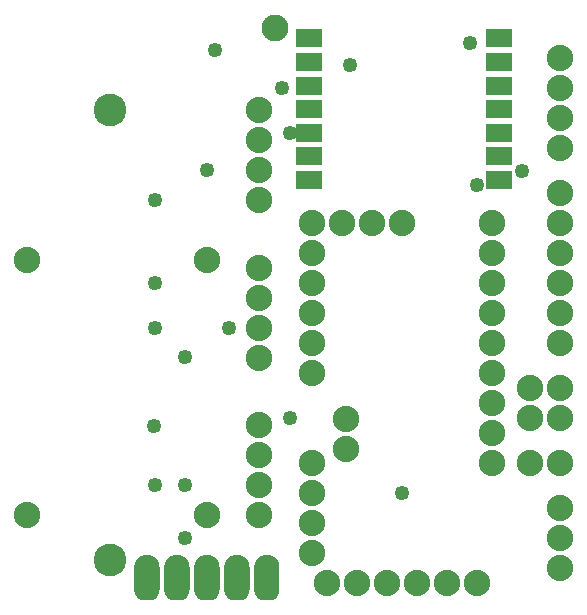
<source format=gts>
G04 MADE WITH FRITZING*
G04 WWW.FRITZING.ORG*
G04 DOUBLE SIDED*
G04 HOLES PLATED*
G04 CONTOUR ON CENTER OF CONTOUR VECTOR*
%ASAXBY*%
%FSLAX23Y23*%
%MOIN*%
%OFA0B0*%
%SFA1.0B1.0*%
%ADD10C,0.049370*%
%ADD11C,0.089370*%
%ADD12C,0.109055*%
%ADD13C,0.088000*%
%ADD14C,0.084000*%
%ADD15R,0.085569X0.059806*%
%ADD16R,0.085569X0.059847*%
%ADD17R,0.001000X0.001000*%
%LNMASK1*%
G90*
G70*
G54D10*
X746Y1833D03*
X971Y1708D03*
G54D11*
X946Y1908D03*
G54D12*
X396Y133D03*
X396Y1633D03*
G54D10*
X1621Y1383D03*
G54D13*
X1896Y1808D03*
X1896Y1708D03*
X1896Y1608D03*
X1896Y1508D03*
X1896Y1358D03*
X1896Y1258D03*
X1896Y1158D03*
X1121Y58D03*
X1221Y58D03*
X1321Y58D03*
X1421Y58D03*
X1521Y58D03*
X1621Y58D03*
X1671Y458D03*
X1671Y558D03*
X1671Y658D03*
X1671Y758D03*
X1671Y858D03*
X1671Y958D03*
X1671Y1058D03*
X1671Y1158D03*
X1671Y1258D03*
X1671Y458D03*
X1671Y558D03*
X1671Y658D03*
X1671Y758D03*
X1671Y858D03*
X1671Y958D03*
X1671Y1058D03*
X1671Y1158D03*
X1671Y1258D03*
X1184Y604D03*
X1184Y504D03*
X1184Y604D03*
X1184Y504D03*
X894Y283D03*
X894Y383D03*
X894Y483D03*
X894Y583D03*
G54D10*
X1596Y1858D03*
G54D13*
X1071Y1258D03*
X1071Y1158D03*
X1071Y1058D03*
X1071Y958D03*
X1071Y858D03*
X1071Y758D03*
G54D10*
X1196Y1783D03*
G54D13*
X1071Y458D03*
X1071Y358D03*
X1071Y258D03*
X1071Y158D03*
X894Y1333D03*
X894Y1433D03*
X894Y1533D03*
X894Y1633D03*
G54D10*
X546Y1333D03*
X646Y383D03*
G54D13*
X1896Y708D03*
X1796Y708D03*
X1896Y708D03*
X1796Y708D03*
X1896Y608D03*
X1796Y608D03*
X1896Y608D03*
X1796Y608D03*
X1796Y458D03*
X1896Y458D03*
X1796Y458D03*
X1896Y458D03*
G54D10*
X1770Y1432D03*
G54D13*
X121Y283D03*
X121Y283D03*
X121Y1133D03*
X121Y1133D03*
X721Y1133D03*
X721Y1133D03*
X721Y283D03*
X721Y283D03*
G54D10*
X547Y383D03*
G54D14*
X721Y108D03*
X721Y108D03*
X721Y108D03*
X821Y108D03*
X821Y108D03*
X821Y108D03*
X921Y108D03*
X921Y108D03*
X921Y108D03*
X621Y108D03*
X621Y108D03*
X621Y108D03*
X521Y108D03*
X521Y108D03*
X521Y108D03*
G54D13*
X1171Y1258D03*
X1271Y1258D03*
X1371Y1258D03*
G54D10*
X996Y1558D03*
G54D13*
X1896Y108D03*
X1896Y208D03*
X1896Y308D03*
G54D10*
X1371Y358D03*
G54D13*
X894Y808D03*
X894Y908D03*
X894Y1008D03*
X894Y1108D03*
G54D10*
X996Y608D03*
X646Y207D03*
X719Y1433D03*
X546Y1058D03*
X545Y582D03*
X647Y809D03*
G54D13*
X1896Y1058D03*
X1896Y958D03*
X1896Y858D03*
G54D10*
X795Y907D03*
X546Y908D03*
G54D15*
X1059Y1400D03*
G54D16*
X1059Y1479D03*
G54D15*
X1059Y1558D03*
X1059Y1636D03*
X1059Y1715D03*
X1059Y1794D03*
X1059Y1873D03*
X1693Y1873D03*
X1693Y1794D03*
X1693Y1715D03*
X1693Y1636D03*
X1693Y1558D03*
G54D16*
X1693Y1479D03*
G54D15*
X1693Y1400D03*
G54D17*
X512Y151D02*
X528Y151D01*
X612Y151D02*
X628Y151D01*
X712Y151D02*
X728Y151D01*
X812Y151D02*
X828Y151D01*
X912Y151D02*
X928Y151D01*
X509Y150D02*
X532Y150D01*
X609Y150D02*
X632Y150D01*
X708Y150D02*
X732Y150D01*
X808Y150D02*
X832Y150D01*
X908Y150D02*
X932Y150D01*
X506Y149D02*
X534Y149D01*
X606Y149D02*
X634Y149D01*
X706Y149D02*
X734Y149D01*
X806Y149D02*
X834Y149D01*
X906Y149D02*
X934Y149D01*
X503Y148D02*
X537Y148D01*
X603Y148D02*
X637Y148D01*
X703Y148D02*
X737Y148D01*
X803Y148D02*
X837Y148D01*
X903Y148D02*
X937Y148D01*
X501Y147D02*
X539Y147D01*
X601Y147D02*
X639Y147D01*
X701Y147D02*
X739Y147D01*
X801Y147D02*
X839Y147D01*
X901Y147D02*
X939Y147D01*
X499Y146D02*
X541Y146D01*
X599Y146D02*
X641Y146D01*
X699Y146D02*
X741Y146D01*
X799Y146D02*
X841Y146D01*
X899Y146D02*
X941Y146D01*
X498Y145D02*
X542Y145D01*
X598Y145D02*
X642Y145D01*
X698Y145D02*
X742Y145D01*
X798Y145D02*
X842Y145D01*
X898Y145D02*
X942Y145D01*
X496Y144D02*
X544Y144D01*
X596Y144D02*
X644Y144D01*
X696Y144D02*
X744Y144D01*
X796Y144D02*
X844Y144D01*
X896Y144D02*
X944Y144D01*
X495Y143D02*
X545Y143D01*
X595Y143D02*
X645Y143D01*
X695Y143D02*
X745Y143D01*
X795Y143D02*
X845Y143D01*
X895Y143D02*
X945Y143D01*
X494Y142D02*
X547Y142D01*
X594Y142D02*
X647Y142D01*
X694Y142D02*
X747Y142D01*
X794Y142D02*
X847Y142D01*
X894Y142D02*
X946Y142D01*
X492Y141D02*
X548Y141D01*
X592Y141D02*
X648Y141D01*
X692Y141D02*
X748Y141D01*
X792Y141D02*
X848Y141D01*
X892Y141D02*
X948Y141D01*
X491Y140D02*
X549Y140D01*
X591Y140D02*
X649Y140D01*
X691Y140D02*
X749Y140D01*
X791Y140D02*
X849Y140D01*
X891Y140D02*
X949Y140D01*
X490Y139D02*
X550Y139D01*
X590Y139D02*
X650Y139D01*
X690Y139D02*
X750Y139D01*
X790Y139D02*
X850Y139D01*
X890Y139D02*
X950Y139D01*
X489Y138D02*
X551Y138D01*
X589Y138D02*
X651Y138D01*
X689Y138D02*
X751Y138D01*
X789Y138D02*
X851Y138D01*
X889Y138D02*
X951Y138D01*
X489Y137D02*
X552Y137D01*
X589Y137D02*
X652Y137D01*
X689Y137D02*
X752Y137D01*
X789Y137D02*
X852Y137D01*
X888Y137D02*
X952Y137D01*
X488Y136D02*
X552Y136D01*
X588Y136D02*
X652Y136D01*
X688Y136D02*
X752Y136D01*
X788Y136D02*
X852Y136D01*
X888Y136D02*
X952Y136D01*
X487Y135D02*
X553Y135D01*
X587Y135D02*
X653Y135D01*
X687Y135D02*
X753Y135D01*
X787Y135D02*
X853Y135D01*
X887Y135D02*
X953Y135D01*
X486Y134D02*
X554Y134D01*
X586Y134D02*
X654Y134D01*
X686Y134D02*
X754Y134D01*
X786Y134D02*
X854Y134D01*
X886Y134D02*
X954Y134D01*
X486Y133D02*
X555Y133D01*
X586Y133D02*
X655Y133D01*
X686Y133D02*
X755Y133D01*
X786Y133D02*
X854Y133D01*
X886Y133D02*
X954Y133D01*
X485Y132D02*
X555Y132D01*
X585Y132D02*
X655Y132D01*
X685Y132D02*
X755Y132D01*
X785Y132D02*
X855Y132D01*
X885Y132D02*
X955Y132D01*
X484Y131D02*
X556Y131D01*
X584Y131D02*
X656Y131D01*
X684Y131D02*
X756Y131D01*
X784Y131D02*
X856Y131D01*
X884Y131D02*
X956Y131D01*
X484Y130D02*
X556Y130D01*
X584Y130D02*
X656Y130D01*
X684Y130D02*
X756Y130D01*
X784Y130D02*
X856Y130D01*
X884Y130D02*
X956Y130D01*
X483Y129D02*
X557Y129D01*
X583Y129D02*
X657Y129D01*
X683Y129D02*
X757Y129D01*
X783Y129D02*
X857Y129D01*
X883Y129D02*
X957Y129D01*
X483Y128D02*
X557Y128D01*
X583Y128D02*
X657Y128D01*
X683Y128D02*
X757Y128D01*
X783Y128D02*
X857Y128D01*
X883Y128D02*
X957Y128D01*
X482Y127D02*
X558Y127D01*
X582Y127D02*
X658Y127D01*
X682Y127D02*
X758Y127D01*
X782Y127D02*
X858Y127D01*
X882Y127D02*
X958Y127D01*
X482Y126D02*
X514Y126D01*
X526Y126D02*
X558Y126D01*
X582Y126D02*
X614Y126D01*
X626Y126D02*
X658Y126D01*
X682Y126D02*
X714Y126D01*
X726Y126D02*
X758Y126D01*
X782Y126D02*
X814Y126D01*
X826Y126D02*
X858Y126D01*
X882Y126D02*
X914Y126D01*
X926Y126D02*
X958Y126D01*
X482Y125D02*
X512Y125D01*
X528Y125D02*
X559Y125D01*
X582Y125D02*
X612Y125D01*
X628Y125D02*
X659Y125D01*
X682Y125D02*
X712Y125D01*
X728Y125D02*
X759Y125D01*
X781Y125D02*
X812Y125D01*
X828Y125D02*
X859Y125D01*
X881Y125D02*
X912Y125D01*
X928Y125D02*
X959Y125D01*
X481Y124D02*
X510Y124D01*
X530Y124D02*
X559Y124D01*
X581Y124D02*
X610Y124D01*
X630Y124D02*
X659Y124D01*
X681Y124D02*
X710Y124D01*
X730Y124D02*
X759Y124D01*
X781Y124D02*
X810Y124D01*
X830Y124D02*
X859Y124D01*
X881Y124D02*
X910Y124D01*
X930Y124D02*
X959Y124D01*
X481Y123D02*
X509Y123D01*
X531Y123D02*
X559Y123D01*
X581Y123D02*
X609Y123D01*
X631Y123D02*
X659Y123D01*
X681Y123D02*
X709Y123D01*
X731Y123D02*
X759Y123D01*
X781Y123D02*
X809Y123D01*
X831Y123D02*
X859Y123D01*
X881Y123D02*
X909Y123D01*
X931Y123D02*
X959Y123D01*
X480Y122D02*
X508Y122D01*
X532Y122D02*
X560Y122D01*
X580Y122D02*
X608Y122D01*
X632Y122D02*
X660Y122D01*
X680Y122D02*
X708Y122D01*
X732Y122D02*
X760Y122D01*
X780Y122D02*
X808Y122D01*
X832Y122D02*
X860Y122D01*
X880Y122D02*
X908Y122D01*
X932Y122D02*
X960Y122D01*
X480Y121D02*
X507Y121D01*
X533Y121D02*
X560Y121D01*
X580Y121D02*
X607Y121D01*
X633Y121D02*
X660Y121D01*
X680Y121D02*
X707Y121D01*
X733Y121D02*
X760Y121D01*
X780Y121D02*
X807Y121D01*
X833Y121D02*
X860Y121D01*
X880Y121D02*
X907Y121D01*
X933Y121D02*
X960Y121D01*
X480Y120D02*
X506Y120D01*
X534Y120D02*
X560Y120D01*
X580Y120D02*
X606Y120D01*
X634Y120D02*
X660Y120D01*
X680Y120D02*
X706Y120D01*
X734Y120D02*
X760Y120D01*
X780Y120D02*
X806Y120D01*
X834Y120D02*
X860Y120D01*
X880Y120D02*
X906Y120D01*
X934Y120D02*
X960Y120D01*
X480Y119D02*
X505Y119D01*
X535Y119D02*
X561Y119D01*
X580Y119D02*
X605Y119D01*
X635Y119D02*
X660Y119D01*
X680Y119D02*
X705Y119D01*
X735Y119D02*
X760Y119D01*
X780Y119D02*
X805Y119D01*
X835Y119D02*
X860Y119D01*
X880Y119D02*
X905Y119D01*
X935Y119D02*
X960Y119D01*
X479Y118D02*
X505Y118D01*
X536Y118D02*
X561Y118D01*
X579Y118D02*
X605Y118D01*
X636Y118D02*
X661Y118D01*
X679Y118D02*
X705Y118D01*
X735Y118D02*
X761Y118D01*
X779Y118D02*
X805Y118D01*
X835Y118D02*
X861Y118D01*
X879Y118D02*
X905Y118D01*
X935Y118D02*
X961Y118D01*
X479Y117D02*
X504Y117D01*
X536Y117D02*
X561Y117D01*
X579Y117D02*
X604Y117D01*
X636Y117D02*
X661Y117D01*
X679Y117D02*
X704Y117D01*
X736Y117D02*
X761Y117D01*
X779Y117D02*
X804Y117D01*
X836Y117D02*
X861Y117D01*
X879Y117D02*
X904Y117D01*
X936Y117D02*
X961Y117D01*
X479Y116D02*
X504Y116D01*
X537Y116D02*
X561Y116D01*
X579Y116D02*
X604Y116D01*
X636Y116D02*
X661Y116D01*
X679Y116D02*
X704Y116D01*
X736Y116D02*
X761Y116D01*
X779Y116D02*
X804Y116D01*
X836Y116D02*
X861Y116D01*
X879Y116D02*
X904Y116D01*
X936Y116D02*
X961Y116D01*
X479Y115D02*
X503Y115D01*
X537Y115D02*
X561Y115D01*
X579Y115D02*
X603Y115D01*
X637Y115D02*
X661Y115D01*
X679Y115D02*
X703Y115D01*
X737Y115D02*
X761Y115D01*
X779Y115D02*
X803Y115D01*
X837Y115D02*
X861Y115D01*
X879Y115D02*
X903Y115D01*
X937Y115D02*
X961Y115D01*
X479Y114D02*
X503Y114D01*
X537Y114D02*
X561Y114D01*
X579Y114D02*
X603Y114D01*
X637Y114D02*
X661Y114D01*
X679Y114D02*
X703Y114D01*
X737Y114D02*
X761Y114D01*
X779Y114D02*
X803Y114D01*
X837Y114D02*
X861Y114D01*
X879Y114D02*
X903Y114D01*
X937Y114D02*
X961Y114D01*
X479Y113D02*
X503Y113D01*
X537Y113D02*
X561Y113D01*
X579Y113D02*
X603Y113D01*
X637Y113D02*
X661Y113D01*
X679Y113D02*
X703Y113D01*
X737Y113D02*
X761Y113D01*
X779Y113D02*
X803Y113D01*
X837Y113D02*
X861Y113D01*
X879Y113D02*
X903Y113D01*
X937Y113D02*
X961Y113D01*
X479Y112D02*
X503Y112D01*
X537Y112D02*
X561Y112D01*
X579Y112D02*
X603Y112D01*
X637Y112D02*
X661Y112D01*
X679Y112D02*
X703Y112D01*
X737Y112D02*
X761Y112D01*
X779Y112D02*
X803Y112D01*
X837Y112D02*
X861Y112D01*
X879Y112D02*
X903Y112D01*
X937Y112D02*
X961Y112D01*
X479Y111D02*
X503Y111D01*
X537Y111D02*
X562Y111D01*
X579Y111D02*
X603Y111D01*
X637Y111D02*
X662Y111D01*
X679Y111D02*
X703Y111D01*
X737Y111D02*
X761Y111D01*
X779Y111D02*
X803Y111D01*
X837Y111D02*
X861Y111D01*
X879Y111D02*
X903Y111D01*
X937Y111D02*
X961Y111D01*
X479Y110D02*
X503Y110D01*
X538Y110D02*
X562Y110D01*
X579Y110D02*
X603Y110D01*
X638Y110D02*
X662Y110D01*
X679Y110D02*
X703Y110D01*
X738Y110D02*
X762Y110D01*
X779Y110D02*
X803Y110D01*
X837Y110D02*
X862Y110D01*
X879Y110D02*
X903Y110D01*
X937Y110D02*
X961Y110D01*
X479Y109D02*
X503Y109D01*
X538Y109D02*
X562Y109D01*
X579Y109D02*
X603Y109D01*
X637Y109D02*
X662Y109D01*
X679Y109D02*
X703Y109D01*
X737Y109D02*
X762Y109D01*
X779Y109D02*
X803Y109D01*
X837Y109D02*
X862Y109D01*
X879Y109D02*
X903Y109D01*
X937Y109D02*
X961Y109D01*
X479Y108D02*
X503Y108D01*
X537Y108D02*
X562Y108D01*
X579Y108D02*
X603Y108D01*
X637Y108D02*
X662Y108D01*
X679Y108D02*
X703Y108D01*
X737Y108D02*
X762Y108D01*
X779Y108D02*
X803Y108D01*
X837Y108D02*
X862Y108D01*
X879Y108D02*
X903Y108D01*
X937Y108D02*
X961Y108D01*
X479Y107D02*
X503Y107D01*
X537Y107D02*
X562Y107D01*
X579Y107D02*
X603Y107D01*
X637Y107D02*
X662Y107D01*
X679Y107D02*
X703Y107D01*
X737Y107D02*
X762Y107D01*
X779Y107D02*
X803Y107D01*
X837Y107D02*
X862Y107D01*
X879Y107D02*
X903Y107D01*
X937Y107D02*
X961Y107D01*
X479Y106D02*
X503Y106D01*
X537Y106D02*
X562Y106D01*
X579Y106D02*
X603Y106D01*
X637Y106D02*
X662Y106D01*
X679Y106D02*
X703Y106D01*
X737Y106D02*
X762Y106D01*
X779Y106D02*
X803Y106D01*
X837Y106D02*
X862Y106D01*
X879Y106D02*
X903Y106D01*
X937Y106D02*
X961Y106D01*
X479Y105D02*
X503Y105D01*
X537Y105D02*
X562Y105D01*
X579Y105D02*
X603Y105D01*
X637Y105D02*
X662Y105D01*
X679Y105D02*
X703Y105D01*
X737Y105D02*
X762Y105D01*
X779Y105D02*
X803Y105D01*
X837Y105D02*
X862Y105D01*
X879Y105D02*
X903Y105D01*
X937Y105D02*
X961Y105D01*
X479Y104D02*
X504Y104D01*
X537Y104D02*
X562Y104D01*
X579Y104D02*
X604Y104D01*
X637Y104D02*
X662Y104D01*
X679Y104D02*
X704Y104D01*
X737Y104D02*
X762Y104D01*
X779Y104D02*
X804Y104D01*
X837Y104D02*
X862Y104D01*
X879Y104D02*
X904Y104D01*
X936Y104D02*
X961Y104D01*
X479Y103D02*
X504Y103D01*
X536Y103D02*
X562Y103D01*
X579Y103D02*
X604Y103D01*
X636Y103D02*
X662Y103D01*
X679Y103D02*
X704Y103D01*
X736Y103D02*
X762Y103D01*
X779Y103D02*
X804Y103D01*
X836Y103D02*
X862Y103D01*
X879Y103D02*
X904Y103D01*
X936Y103D02*
X961Y103D01*
X479Y102D02*
X505Y102D01*
X536Y102D02*
X562Y102D01*
X579Y102D02*
X605Y102D01*
X636Y102D02*
X662Y102D01*
X679Y102D02*
X704Y102D01*
X736Y102D02*
X762Y102D01*
X779Y102D02*
X804Y102D01*
X836Y102D02*
X862Y102D01*
X879Y102D02*
X904Y102D01*
X936Y102D02*
X961Y102D01*
X479Y101D02*
X505Y101D01*
X535Y101D02*
X562Y101D01*
X579Y101D02*
X605Y101D01*
X635Y101D02*
X662Y101D01*
X679Y101D02*
X705Y101D01*
X735Y101D02*
X762Y101D01*
X779Y101D02*
X805Y101D01*
X835Y101D02*
X862Y101D01*
X879Y101D02*
X905Y101D01*
X935Y101D02*
X961Y101D01*
X479Y100D02*
X506Y100D01*
X534Y100D02*
X562Y100D01*
X579Y100D02*
X606Y100D01*
X634Y100D02*
X662Y100D01*
X679Y100D02*
X706Y100D01*
X734Y100D02*
X762Y100D01*
X779Y100D02*
X806Y100D01*
X834Y100D02*
X862Y100D01*
X879Y100D02*
X906Y100D01*
X934Y100D02*
X961Y100D01*
X479Y99D02*
X507Y99D01*
X534Y99D02*
X562Y99D01*
X579Y99D02*
X607Y99D01*
X634Y99D02*
X662Y99D01*
X679Y99D02*
X707Y99D01*
X734Y99D02*
X762Y99D01*
X779Y99D02*
X807Y99D01*
X834Y99D02*
X862Y99D01*
X879Y99D02*
X907Y99D01*
X933Y99D02*
X961Y99D01*
X479Y98D02*
X507Y98D01*
X533Y98D02*
X562Y98D01*
X579Y98D02*
X607Y98D01*
X633Y98D02*
X662Y98D01*
X679Y98D02*
X707Y98D01*
X733Y98D02*
X762Y98D01*
X779Y98D02*
X807Y98D01*
X833Y98D02*
X862Y98D01*
X879Y98D02*
X907Y98D01*
X933Y98D02*
X961Y98D01*
X479Y97D02*
X509Y97D01*
X532Y97D02*
X562Y97D01*
X579Y97D02*
X609Y97D01*
X632Y97D02*
X662Y97D01*
X679Y97D02*
X709Y97D01*
X732Y97D02*
X762Y97D01*
X779Y97D02*
X809Y97D01*
X832Y97D02*
X862Y97D01*
X879Y97D02*
X908Y97D01*
X931Y97D02*
X961Y97D01*
X479Y96D02*
X510Y96D01*
X530Y96D02*
X562Y96D01*
X579Y96D02*
X610Y96D01*
X630Y96D02*
X662Y96D01*
X679Y96D02*
X710Y96D01*
X730Y96D02*
X762Y96D01*
X779Y96D02*
X810Y96D01*
X830Y96D02*
X862Y96D01*
X879Y96D02*
X910Y96D01*
X930Y96D02*
X961Y96D01*
X479Y95D02*
X511Y95D01*
X529Y95D02*
X562Y95D01*
X579Y95D02*
X611Y95D01*
X629Y95D02*
X662Y95D01*
X679Y95D02*
X711Y95D01*
X729Y95D02*
X762Y95D01*
X779Y95D02*
X811Y95D01*
X829Y95D02*
X862Y95D01*
X879Y95D02*
X911Y95D01*
X929Y95D02*
X961Y95D01*
X479Y94D02*
X513Y94D01*
X527Y94D02*
X562Y94D01*
X579Y94D02*
X613Y94D01*
X627Y94D02*
X662Y94D01*
X679Y94D02*
X713Y94D01*
X727Y94D02*
X762Y94D01*
X779Y94D02*
X813Y94D01*
X827Y94D02*
X862Y94D01*
X879Y94D02*
X913Y94D01*
X927Y94D02*
X961Y94D01*
X479Y93D02*
X518Y93D01*
X522Y93D02*
X562Y93D01*
X579Y93D02*
X618Y93D01*
X622Y93D02*
X662Y93D01*
X679Y93D02*
X718Y93D01*
X722Y93D02*
X762Y93D01*
X779Y93D02*
X818Y93D01*
X822Y93D02*
X862Y93D01*
X879Y93D02*
X918Y93D01*
X922Y93D02*
X961Y93D01*
X479Y92D02*
X562Y92D01*
X579Y92D02*
X662Y92D01*
X679Y92D02*
X762Y92D01*
X779Y92D02*
X862Y92D01*
X879Y92D02*
X961Y92D01*
X479Y91D02*
X562Y91D01*
X579Y91D02*
X662Y91D01*
X679Y91D02*
X762Y91D01*
X779Y91D02*
X862Y91D01*
X879Y91D02*
X961Y91D01*
X479Y90D02*
X562Y90D01*
X579Y90D02*
X662Y90D01*
X679Y90D02*
X762Y90D01*
X779Y90D02*
X862Y90D01*
X879Y90D02*
X961Y90D01*
X479Y89D02*
X562Y89D01*
X579Y89D02*
X662Y89D01*
X679Y89D02*
X762Y89D01*
X779Y89D02*
X862Y89D01*
X879Y89D02*
X961Y89D01*
X479Y88D02*
X562Y88D01*
X579Y88D02*
X662Y88D01*
X679Y88D02*
X762Y88D01*
X779Y88D02*
X862Y88D01*
X879Y88D02*
X961Y88D01*
X479Y87D02*
X562Y87D01*
X579Y87D02*
X662Y87D01*
X679Y87D02*
X762Y87D01*
X779Y87D02*
X862Y87D01*
X879Y87D02*
X961Y87D01*
X479Y86D02*
X562Y86D01*
X579Y86D02*
X662Y86D01*
X679Y86D02*
X762Y86D01*
X779Y86D02*
X862Y86D01*
X879Y86D02*
X961Y86D01*
X479Y85D02*
X562Y85D01*
X579Y85D02*
X662Y85D01*
X679Y85D02*
X762Y85D01*
X779Y85D02*
X862Y85D01*
X879Y85D02*
X961Y85D01*
X479Y84D02*
X562Y84D01*
X579Y84D02*
X662Y84D01*
X679Y84D02*
X762Y84D01*
X779Y84D02*
X862Y84D01*
X879Y84D02*
X961Y84D01*
X479Y83D02*
X562Y83D01*
X579Y83D02*
X662Y83D01*
X679Y83D02*
X762Y83D01*
X779Y83D02*
X862Y83D01*
X879Y83D02*
X961Y83D01*
X479Y82D02*
X562Y82D01*
X579Y82D02*
X662Y82D01*
X679Y82D02*
X762Y82D01*
X779Y82D02*
X862Y82D01*
X879Y82D02*
X961Y82D01*
X479Y81D02*
X562Y81D01*
X579Y81D02*
X662Y81D01*
X679Y81D02*
X762Y81D01*
X779Y81D02*
X862Y81D01*
X879Y81D02*
X961Y81D01*
X479Y80D02*
X562Y80D01*
X579Y80D02*
X662Y80D01*
X679Y80D02*
X762Y80D01*
X779Y80D02*
X862Y80D01*
X879Y80D02*
X961Y80D01*
X479Y79D02*
X562Y79D01*
X579Y79D02*
X662Y79D01*
X679Y79D02*
X762Y79D01*
X779Y79D02*
X862Y79D01*
X879Y79D02*
X961Y79D01*
X479Y78D02*
X562Y78D01*
X579Y78D02*
X662Y78D01*
X679Y78D02*
X762Y78D01*
X779Y78D02*
X862Y78D01*
X879Y78D02*
X961Y78D01*
X479Y77D02*
X562Y77D01*
X579Y77D02*
X662Y77D01*
X679Y77D02*
X762Y77D01*
X779Y77D02*
X862Y77D01*
X879Y77D02*
X961Y77D01*
X479Y76D02*
X562Y76D01*
X579Y76D02*
X662Y76D01*
X679Y76D02*
X762Y76D01*
X779Y76D02*
X862Y76D01*
X879Y76D02*
X961Y76D01*
X479Y75D02*
X562Y75D01*
X579Y75D02*
X662Y75D01*
X679Y75D02*
X762Y75D01*
X779Y75D02*
X862Y75D01*
X879Y75D02*
X961Y75D01*
X479Y74D02*
X562Y74D01*
X579Y74D02*
X662Y74D01*
X679Y74D02*
X762Y74D01*
X779Y74D02*
X862Y74D01*
X879Y74D02*
X961Y74D01*
X479Y73D02*
X562Y73D01*
X579Y73D02*
X662Y73D01*
X679Y73D02*
X762Y73D01*
X779Y73D02*
X862Y73D01*
X879Y73D02*
X961Y73D01*
X479Y72D02*
X562Y72D01*
X579Y72D02*
X662Y72D01*
X679Y72D02*
X762Y72D01*
X779Y72D02*
X862Y72D01*
X879Y72D02*
X961Y72D01*
X479Y71D02*
X562Y71D01*
X579Y71D02*
X662Y71D01*
X679Y71D02*
X762Y71D01*
X779Y71D02*
X862Y71D01*
X879Y71D02*
X961Y71D01*
X479Y70D02*
X562Y70D01*
X579Y70D02*
X662Y70D01*
X679Y70D02*
X762Y70D01*
X779Y70D02*
X862Y70D01*
X879Y70D02*
X961Y70D01*
X479Y69D02*
X562Y69D01*
X579Y69D02*
X662Y69D01*
X679Y69D02*
X762Y69D01*
X779Y69D02*
X862Y69D01*
X879Y69D02*
X961Y69D01*
X479Y68D02*
X562Y68D01*
X579Y68D02*
X662Y68D01*
X679Y68D02*
X762Y68D01*
X779Y68D02*
X862Y68D01*
X879Y68D02*
X961Y68D01*
X479Y67D02*
X562Y67D01*
X579Y67D02*
X662Y67D01*
X679Y67D02*
X762Y67D01*
X779Y67D02*
X862Y67D01*
X879Y67D02*
X961Y67D01*
X479Y66D02*
X562Y66D01*
X579Y66D02*
X662Y66D01*
X679Y66D02*
X762Y66D01*
X779Y66D02*
X862Y66D01*
X879Y66D02*
X961Y66D01*
X479Y65D02*
X562Y65D01*
X579Y65D02*
X662Y65D01*
X679Y65D02*
X762Y65D01*
X779Y65D02*
X862Y65D01*
X879Y65D02*
X961Y65D01*
X479Y64D02*
X562Y64D01*
X579Y64D02*
X662Y64D01*
X679Y64D02*
X762Y64D01*
X779Y64D02*
X862Y64D01*
X879Y64D02*
X961Y64D01*
X479Y63D02*
X562Y63D01*
X579Y63D02*
X662Y63D01*
X679Y63D02*
X762Y63D01*
X779Y63D02*
X862Y63D01*
X879Y63D02*
X961Y63D01*
X479Y62D02*
X562Y62D01*
X579Y62D02*
X662Y62D01*
X679Y62D02*
X762Y62D01*
X779Y62D02*
X862Y62D01*
X879Y62D02*
X961Y62D01*
X479Y61D02*
X562Y61D01*
X579Y61D02*
X662Y61D01*
X679Y61D02*
X762Y61D01*
X779Y61D02*
X862Y61D01*
X879Y61D02*
X961Y61D01*
X479Y60D02*
X562Y60D01*
X579Y60D02*
X662Y60D01*
X679Y60D02*
X762Y60D01*
X779Y60D02*
X862Y60D01*
X879Y60D02*
X961Y60D01*
X479Y59D02*
X562Y59D01*
X579Y59D02*
X662Y59D01*
X679Y59D02*
X762Y59D01*
X779Y59D02*
X862Y59D01*
X879Y59D02*
X961Y59D01*
X479Y58D02*
X562Y58D01*
X579Y58D02*
X662Y58D01*
X679Y58D02*
X762Y58D01*
X779Y58D02*
X862Y58D01*
X879Y58D02*
X961Y58D01*
X479Y57D02*
X562Y57D01*
X579Y57D02*
X662Y57D01*
X679Y57D02*
X762Y57D01*
X779Y57D02*
X862Y57D01*
X879Y57D02*
X961Y57D01*
X479Y56D02*
X562Y56D01*
X579Y56D02*
X662Y56D01*
X679Y56D02*
X762Y56D01*
X779Y56D02*
X862Y56D01*
X879Y56D02*
X961Y56D01*
X479Y55D02*
X562Y55D01*
X579Y55D02*
X662Y55D01*
X679Y55D02*
X762Y55D01*
X779Y55D02*
X862Y55D01*
X879Y55D02*
X961Y55D01*
X479Y54D02*
X562Y54D01*
X579Y54D02*
X662Y54D01*
X679Y54D02*
X762Y54D01*
X779Y54D02*
X862Y54D01*
X879Y54D02*
X961Y54D01*
X479Y53D02*
X562Y53D01*
X579Y53D02*
X662Y53D01*
X679Y53D02*
X762Y53D01*
X779Y53D02*
X862Y53D01*
X879Y53D02*
X961Y53D01*
X479Y52D02*
X562Y52D01*
X579Y52D02*
X662Y52D01*
X679Y52D02*
X762Y52D01*
X779Y52D02*
X862Y52D01*
X879Y52D02*
X961Y52D01*
X479Y51D02*
X562Y51D01*
X579Y51D02*
X662Y51D01*
X679Y51D02*
X762Y51D01*
X779Y51D02*
X862Y51D01*
X879Y51D02*
X961Y51D01*
X479Y50D02*
X562Y50D01*
X579Y50D02*
X662Y50D01*
X679Y50D02*
X762Y50D01*
X779Y50D02*
X862Y50D01*
X879Y50D02*
X961Y50D01*
X479Y49D02*
X562Y49D01*
X579Y49D02*
X662Y49D01*
X679Y49D02*
X762Y49D01*
X779Y49D02*
X862Y49D01*
X879Y49D02*
X961Y49D01*
X479Y48D02*
X562Y48D01*
X579Y48D02*
X662Y48D01*
X679Y48D02*
X762Y48D01*
X779Y48D02*
X862Y48D01*
X879Y48D02*
X961Y48D01*
X479Y47D02*
X562Y47D01*
X579Y47D02*
X662Y47D01*
X679Y47D02*
X762Y47D01*
X779Y47D02*
X862Y47D01*
X879Y47D02*
X961Y47D01*
X479Y46D02*
X562Y46D01*
X579Y46D02*
X662Y46D01*
X679Y46D02*
X762Y46D01*
X779Y46D02*
X862Y46D01*
X879Y46D02*
X961Y46D01*
X479Y45D02*
X562Y45D01*
X579Y45D02*
X662Y45D01*
X679Y45D02*
X762Y45D01*
X779Y45D02*
X862Y45D01*
X879Y45D02*
X961Y45D01*
X479Y44D02*
X562Y44D01*
X579Y44D02*
X662Y44D01*
X679Y44D02*
X762Y44D01*
X779Y44D02*
X862Y44D01*
X879Y44D02*
X961Y44D01*
X479Y43D02*
X562Y43D01*
X579Y43D02*
X662Y43D01*
X679Y43D02*
X762Y43D01*
X779Y43D02*
X862Y43D01*
X879Y43D02*
X961Y43D01*
X479Y42D02*
X562Y42D01*
X579Y42D02*
X662Y42D01*
X679Y42D02*
X762Y42D01*
X779Y42D02*
X862Y42D01*
X879Y42D02*
X961Y42D01*
X479Y41D02*
X562Y41D01*
X579Y41D02*
X662Y41D01*
X679Y41D02*
X762Y41D01*
X779Y41D02*
X862Y41D01*
X879Y41D02*
X961Y41D01*
X479Y40D02*
X562Y40D01*
X579Y40D02*
X662Y40D01*
X679Y40D02*
X762Y40D01*
X779Y40D02*
X862Y40D01*
X879Y40D02*
X961Y40D01*
X479Y39D02*
X562Y39D01*
X579Y39D02*
X662Y39D01*
X679Y39D02*
X762Y39D01*
X779Y39D02*
X862Y39D01*
X879Y39D02*
X961Y39D01*
X479Y38D02*
X562Y38D01*
X579Y38D02*
X662Y38D01*
X679Y38D02*
X762Y38D01*
X779Y38D02*
X862Y38D01*
X879Y38D02*
X961Y38D01*
X479Y37D02*
X562Y37D01*
X579Y37D02*
X662Y37D01*
X679Y37D02*
X762Y37D01*
X779Y37D02*
X862Y37D01*
X879Y37D02*
X961Y37D01*
X479Y36D02*
X562Y36D01*
X579Y36D02*
X662Y36D01*
X679Y36D02*
X762Y36D01*
X779Y36D02*
X862Y36D01*
X879Y36D02*
X961Y36D01*
X479Y35D02*
X562Y35D01*
X579Y35D02*
X662Y35D01*
X679Y35D02*
X761Y35D01*
X779Y35D02*
X861Y35D01*
X879Y35D02*
X961Y35D01*
X479Y34D02*
X561Y34D01*
X579Y34D02*
X661Y34D01*
X679Y34D02*
X761Y34D01*
X779Y34D02*
X861Y34D01*
X879Y34D02*
X961Y34D01*
X479Y33D02*
X561Y33D01*
X579Y33D02*
X661Y33D01*
X679Y33D02*
X761Y33D01*
X779Y33D02*
X861Y33D01*
X879Y33D02*
X961Y33D01*
X479Y32D02*
X561Y32D01*
X579Y32D02*
X661Y32D01*
X679Y32D02*
X761Y32D01*
X779Y32D02*
X861Y32D01*
X879Y32D02*
X961Y32D01*
X479Y31D02*
X561Y31D01*
X579Y31D02*
X661Y31D01*
X679Y31D02*
X761Y31D01*
X779Y31D02*
X861Y31D01*
X879Y31D02*
X961Y31D01*
X479Y30D02*
X561Y30D01*
X579Y30D02*
X661Y30D01*
X679Y30D02*
X761Y30D01*
X779Y30D02*
X861Y30D01*
X879Y30D02*
X961Y30D01*
X479Y29D02*
X561Y29D01*
X579Y29D02*
X661Y29D01*
X679Y29D02*
X761Y29D01*
X779Y29D02*
X861Y29D01*
X879Y29D02*
X961Y29D01*
X479Y28D02*
X561Y28D01*
X579Y28D02*
X661Y28D01*
X679Y28D02*
X761Y28D01*
X779Y28D02*
X861Y28D01*
X879Y28D02*
X961Y28D01*
X480Y27D02*
X561Y27D01*
X580Y27D02*
X661Y27D01*
X680Y27D02*
X761Y27D01*
X780Y27D02*
X860Y27D01*
X880Y27D02*
X960Y27D01*
X480Y26D02*
X560Y26D01*
X580Y26D02*
X660Y26D01*
X680Y26D02*
X760Y26D01*
X780Y26D02*
X860Y26D01*
X880Y26D02*
X960Y26D01*
X480Y25D02*
X560Y25D01*
X580Y25D02*
X660Y25D01*
X680Y25D02*
X760Y25D01*
X780Y25D02*
X860Y25D01*
X880Y25D02*
X960Y25D01*
X480Y24D02*
X560Y24D01*
X580Y24D02*
X660Y24D01*
X680Y24D02*
X760Y24D01*
X780Y24D02*
X860Y24D01*
X880Y24D02*
X960Y24D01*
X481Y23D02*
X559Y23D01*
X581Y23D02*
X659Y23D01*
X681Y23D02*
X759Y23D01*
X781Y23D02*
X859Y23D01*
X881Y23D02*
X959Y23D01*
X481Y22D02*
X559Y22D01*
X581Y22D02*
X659Y22D01*
X681Y22D02*
X759Y22D01*
X781Y22D02*
X859Y22D01*
X881Y22D02*
X959Y22D01*
X481Y21D02*
X559Y21D01*
X581Y21D02*
X659Y21D01*
X681Y21D02*
X759Y21D01*
X781Y21D02*
X859Y21D01*
X881Y21D02*
X959Y21D01*
X482Y20D02*
X558Y20D01*
X582Y20D02*
X658Y20D01*
X682Y20D02*
X758Y20D01*
X782Y20D02*
X858Y20D01*
X882Y20D02*
X958Y20D01*
X482Y19D02*
X558Y19D01*
X582Y19D02*
X658Y19D01*
X682Y19D02*
X758Y19D01*
X782Y19D02*
X858Y19D01*
X882Y19D02*
X958Y19D01*
X483Y18D02*
X557Y18D01*
X583Y18D02*
X657Y18D01*
X683Y18D02*
X757Y18D01*
X783Y18D02*
X857Y18D01*
X883Y18D02*
X957Y18D01*
X483Y17D02*
X557Y17D01*
X583Y17D02*
X657Y17D01*
X683Y17D02*
X757Y17D01*
X783Y17D02*
X857Y17D01*
X883Y17D02*
X957Y17D01*
X484Y16D02*
X556Y16D01*
X584Y16D02*
X656Y16D01*
X684Y16D02*
X756Y16D01*
X784Y16D02*
X856Y16D01*
X884Y16D02*
X956Y16D01*
X484Y15D02*
X556Y15D01*
X584Y15D02*
X656Y15D01*
X684Y15D02*
X756Y15D01*
X784Y15D02*
X856Y15D01*
X884Y15D02*
X956Y15D01*
X485Y14D02*
X555Y14D01*
X585Y14D02*
X655Y14D01*
X685Y14D02*
X755Y14D01*
X785Y14D02*
X855Y14D01*
X885Y14D02*
X955Y14D01*
X486Y13D02*
X555Y13D01*
X585Y13D02*
X655Y13D01*
X685Y13D02*
X755Y13D01*
X785Y13D02*
X855Y13D01*
X885Y13D02*
X955Y13D01*
X486Y12D02*
X554Y12D01*
X586Y12D02*
X654Y12D01*
X686Y12D02*
X754Y12D01*
X786Y12D02*
X854Y12D01*
X886Y12D02*
X954Y12D01*
X487Y11D02*
X553Y11D01*
X587Y11D02*
X653Y11D01*
X687Y11D02*
X753Y11D01*
X787Y11D02*
X853Y11D01*
X887Y11D02*
X953Y11D01*
X488Y10D02*
X553Y10D01*
X588Y10D02*
X653Y10D01*
X688Y10D02*
X753Y10D01*
X788Y10D02*
X853Y10D01*
X888Y10D02*
X952Y10D01*
X488Y9D02*
X552Y9D01*
X588Y9D02*
X652Y9D01*
X688Y9D02*
X752Y9D01*
X788Y9D02*
X852Y9D01*
X888Y9D02*
X952Y9D01*
X489Y8D02*
X551Y8D01*
X589Y8D02*
X651Y8D01*
X689Y8D02*
X751Y8D01*
X789Y8D02*
X851Y8D01*
X889Y8D02*
X951Y8D01*
X490Y7D02*
X550Y7D01*
X590Y7D02*
X650Y7D01*
X690Y7D02*
X750Y7D01*
X790Y7D02*
X850Y7D01*
X890Y7D02*
X950Y7D01*
X491Y6D02*
X549Y6D01*
X591Y6D02*
X649Y6D01*
X691Y6D02*
X749Y6D01*
X791Y6D02*
X849Y6D01*
X891Y6D02*
X949Y6D01*
X492Y5D02*
X548Y5D01*
X592Y5D02*
X648Y5D01*
X692Y5D02*
X748Y5D01*
X792Y5D02*
X848Y5D01*
X892Y5D02*
X948Y5D01*
X493Y4D02*
X547Y4D01*
X593Y4D02*
X647Y4D01*
X693Y4D02*
X747Y4D01*
X793Y4D02*
X847Y4D01*
X893Y4D02*
X947Y4D01*
X495Y3D02*
X546Y3D01*
X595Y3D02*
X646Y3D01*
X695Y3D02*
X746Y3D01*
X795Y3D02*
X846Y3D01*
X894Y3D02*
X945Y3D01*
X496Y2D02*
X544Y2D01*
X596Y2D02*
X644Y2D01*
X696Y2D02*
X744Y2D01*
X796Y2D02*
X844Y2D01*
X896Y2D02*
X944Y2D01*
X497Y1D02*
X543Y1D01*
X597Y1D02*
X643Y1D01*
X697Y1D02*
X743Y1D01*
X797Y1D02*
X843Y1D01*
X897Y1D02*
X943Y1D01*
X499Y0D02*
X541Y0D01*
X599Y0D02*
X641Y0D01*
X699Y0D02*
X741Y0D01*
X799Y0D02*
X841Y0D01*
X899Y0D02*
X941Y0D01*
D02*
G04 End of Mask1*
M02*
</source>
